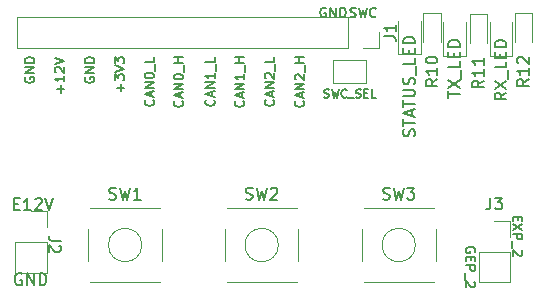
<source format=gto>
G04 #@! TF.GenerationSoftware,KiCad,Pcbnew,(5.1.0-0)*
G04 #@! TF.CreationDate,2019-04-23T20:34:44+03:00*
G04 #@! TF.ProjectId,ovms-swcan-dongle,6f766d73-2d73-4776-9361-6e2d646f6e67,rev?*
G04 #@! TF.SameCoordinates,Original*
G04 #@! TF.FileFunction,Legend,Top*
G04 #@! TF.FilePolarity,Positive*
%FSLAX46Y46*%
G04 Gerber Fmt 4.6, Leading zero omitted, Abs format (unit mm)*
G04 Created by KiCad (PCBNEW (5.1.0-0)) date 2019-04-23 20:34:44*
%MOMM*%
%LPD*%
G04 APERTURE LIST*
%ADD10C,0.150000*%
%ADD11C,0.120000*%
G04 APERTURE END LIST*
D10*
X52901800Y-33483704D02*
X52939895Y-33407514D01*
X52939895Y-33293228D01*
X52901800Y-33178942D01*
X52825609Y-33102752D01*
X52749419Y-33064657D01*
X52597038Y-33026561D01*
X52482752Y-33026561D01*
X52330371Y-33064657D01*
X52254180Y-33102752D01*
X52177990Y-33178942D01*
X52139895Y-33293228D01*
X52139895Y-33369419D01*
X52177990Y-33483704D01*
X52216085Y-33521800D01*
X52482752Y-33521800D01*
X52482752Y-33369419D01*
X52558942Y-33864657D02*
X52558942Y-34131323D01*
X52139895Y-34245609D02*
X52139895Y-33864657D01*
X52939895Y-33864657D01*
X52939895Y-34245609D01*
X52139895Y-34588466D02*
X52939895Y-34588466D01*
X52939895Y-34893228D01*
X52901800Y-34969419D01*
X52863704Y-35007514D01*
X52787514Y-35045609D01*
X52673228Y-35045609D01*
X52597038Y-35007514D01*
X52558942Y-34969419D01*
X52520847Y-34893228D01*
X52520847Y-34588466D01*
X52063704Y-35197990D02*
X52063704Y-35807514D01*
X52863704Y-35959895D02*
X52901800Y-35997990D01*
X52939895Y-36074180D01*
X52939895Y-36264657D01*
X52901800Y-36340847D01*
X52863704Y-36378942D01*
X52787514Y-36417038D01*
X52711323Y-36417038D01*
X52597038Y-36378942D01*
X52139895Y-35921800D01*
X52139895Y-36417038D01*
X56546742Y-30442104D02*
X56546742Y-30708771D01*
X56127695Y-30823057D02*
X56127695Y-30442104D01*
X56927695Y-30442104D01*
X56927695Y-30823057D01*
X56927695Y-31089723D02*
X56127695Y-31623057D01*
X56927695Y-31623057D02*
X56127695Y-31089723D01*
X56127695Y-31927819D02*
X56927695Y-31927819D01*
X56927695Y-32232580D01*
X56889600Y-32308771D01*
X56851504Y-32346866D01*
X56775314Y-32384961D01*
X56661028Y-32384961D01*
X56584838Y-32346866D01*
X56546742Y-32308771D01*
X56508647Y-32232580D01*
X56508647Y-31927819D01*
X56051504Y-32537342D02*
X56051504Y-33146866D01*
X56851504Y-33299247D02*
X56889600Y-33337342D01*
X56927695Y-33413533D01*
X56927695Y-33604009D01*
X56889600Y-33680200D01*
X56851504Y-33718295D01*
X56775314Y-33756390D01*
X56699123Y-33756390D01*
X56584838Y-33718295D01*
X56127695Y-33261152D01*
X56127695Y-33756390D01*
X14528895Y-35314000D02*
X14433657Y-35266380D01*
X14290800Y-35266380D01*
X14147942Y-35314000D01*
X14052704Y-35409238D01*
X14005085Y-35504476D01*
X13957466Y-35694952D01*
X13957466Y-35837809D01*
X14005085Y-36028285D01*
X14052704Y-36123523D01*
X14147942Y-36218761D01*
X14290800Y-36266380D01*
X14386038Y-36266380D01*
X14528895Y-36218761D01*
X14576514Y-36171142D01*
X14576514Y-35837809D01*
X14386038Y-35837809D01*
X15005085Y-36266380D02*
X15005085Y-35266380D01*
X15576514Y-36266380D01*
X15576514Y-35266380D01*
X16052704Y-36266380D02*
X16052704Y-35266380D01*
X16290800Y-35266380D01*
X16433657Y-35314000D01*
X16528895Y-35409238D01*
X16576514Y-35504476D01*
X16624133Y-35694952D01*
X16624133Y-35837809D01*
X16576514Y-36028285D01*
X16528895Y-36123523D01*
X16433657Y-36218761D01*
X16290800Y-36266380D01*
X16052704Y-36266380D01*
X13873361Y-29367171D02*
X14206695Y-29367171D01*
X14349552Y-29890980D02*
X13873361Y-29890980D01*
X13873361Y-28890980D01*
X14349552Y-28890980D01*
X15301933Y-29890980D02*
X14730504Y-29890980D01*
X15016219Y-29890980D02*
X15016219Y-28890980D01*
X14920980Y-29033838D01*
X14825742Y-29129076D01*
X14730504Y-29176695D01*
X15682885Y-28986219D02*
X15730504Y-28938600D01*
X15825742Y-28890980D01*
X16063838Y-28890980D01*
X16159076Y-28938600D01*
X16206695Y-28986219D01*
X16254314Y-29081457D01*
X16254314Y-29176695D01*
X16206695Y-29319552D01*
X15635266Y-29890980D01*
X16254314Y-29890980D01*
X16540028Y-28890980D02*
X16873361Y-29890980D01*
X17206695Y-28890980D01*
X42348285Y-13531809D02*
X42462571Y-13569904D01*
X42653047Y-13569904D01*
X42729238Y-13531809D01*
X42767333Y-13493714D01*
X42805428Y-13417523D01*
X42805428Y-13341333D01*
X42767333Y-13265142D01*
X42729238Y-13227047D01*
X42653047Y-13188952D01*
X42500666Y-13150857D01*
X42424476Y-13112761D01*
X42386380Y-13074666D01*
X42348285Y-12998476D01*
X42348285Y-12922285D01*
X42386380Y-12846095D01*
X42424476Y-12808000D01*
X42500666Y-12769904D01*
X42691142Y-12769904D01*
X42805428Y-12808000D01*
X43072095Y-12769904D02*
X43262571Y-13569904D01*
X43414952Y-12998476D01*
X43567333Y-13569904D01*
X43757809Y-12769904D01*
X44519714Y-13493714D02*
X44481619Y-13531809D01*
X44367333Y-13569904D01*
X44291142Y-13569904D01*
X44176857Y-13531809D01*
X44100666Y-13455619D01*
X44062571Y-13379428D01*
X44024476Y-13227047D01*
X44024476Y-13112761D01*
X44062571Y-12960380D01*
X44100666Y-12884190D01*
X44176857Y-12808000D01*
X44291142Y-12769904D01*
X44367333Y-12769904D01*
X44481619Y-12808000D01*
X44519714Y-12846095D01*
X40284476Y-12808000D02*
X40208285Y-12769904D01*
X40094000Y-12769904D01*
X39979714Y-12808000D01*
X39903523Y-12884190D01*
X39865428Y-12960380D01*
X39827333Y-13112761D01*
X39827333Y-13227047D01*
X39865428Y-13379428D01*
X39903523Y-13455619D01*
X39979714Y-13531809D01*
X40094000Y-13569904D01*
X40170190Y-13569904D01*
X40284476Y-13531809D01*
X40322571Y-13493714D01*
X40322571Y-13227047D01*
X40170190Y-13227047D01*
X40665428Y-13569904D02*
X40665428Y-12769904D01*
X41122571Y-13569904D01*
X41122571Y-12769904D01*
X41503523Y-13569904D02*
X41503523Y-12769904D01*
X41694000Y-12769904D01*
X41808285Y-12808000D01*
X41884476Y-12884190D01*
X41922571Y-12960380D01*
X41960666Y-13112761D01*
X41960666Y-13227047D01*
X41922571Y-13379428D01*
X41884476Y-13455619D01*
X41808285Y-13531809D01*
X41694000Y-13569904D01*
X41503523Y-13569904D01*
X38385714Y-20669047D02*
X38423809Y-20707142D01*
X38461904Y-20821428D01*
X38461904Y-20897619D01*
X38423809Y-21011904D01*
X38347619Y-21088095D01*
X38271428Y-21126190D01*
X38119047Y-21164285D01*
X38004761Y-21164285D01*
X37852380Y-21126190D01*
X37776190Y-21088095D01*
X37700000Y-21011904D01*
X37661904Y-20897619D01*
X37661904Y-20821428D01*
X37700000Y-20707142D01*
X37738095Y-20669047D01*
X38233333Y-20364285D02*
X38233333Y-19983333D01*
X38461904Y-20440476D02*
X37661904Y-20173809D01*
X38461904Y-19907142D01*
X38461904Y-19640476D02*
X37661904Y-19640476D01*
X38461904Y-19183333D01*
X37661904Y-19183333D01*
X37738095Y-18840476D02*
X37700000Y-18802380D01*
X37661904Y-18726190D01*
X37661904Y-18535714D01*
X37700000Y-18459523D01*
X37738095Y-18421428D01*
X37814285Y-18383333D01*
X37890476Y-18383333D01*
X38004761Y-18421428D01*
X38461904Y-18878571D01*
X38461904Y-18383333D01*
X38538095Y-18230952D02*
X38538095Y-17621428D01*
X38461904Y-17430952D02*
X37661904Y-17430952D01*
X38042857Y-17430952D02*
X38042857Y-16973809D01*
X38461904Y-16973809D02*
X37661904Y-16973809D01*
X35845714Y-20573809D02*
X35883809Y-20611904D01*
X35921904Y-20726190D01*
X35921904Y-20802380D01*
X35883809Y-20916666D01*
X35807619Y-20992857D01*
X35731428Y-21030952D01*
X35579047Y-21069047D01*
X35464761Y-21069047D01*
X35312380Y-21030952D01*
X35236190Y-20992857D01*
X35160000Y-20916666D01*
X35121904Y-20802380D01*
X35121904Y-20726190D01*
X35160000Y-20611904D01*
X35198095Y-20573809D01*
X35693333Y-20269047D02*
X35693333Y-19888095D01*
X35921904Y-20345238D02*
X35121904Y-20078571D01*
X35921904Y-19811904D01*
X35921904Y-19545238D02*
X35121904Y-19545238D01*
X35921904Y-19088095D01*
X35121904Y-19088095D01*
X35198095Y-18745238D02*
X35160000Y-18707142D01*
X35121904Y-18630952D01*
X35121904Y-18440476D01*
X35160000Y-18364285D01*
X35198095Y-18326190D01*
X35274285Y-18288095D01*
X35350476Y-18288095D01*
X35464761Y-18326190D01*
X35921904Y-18783333D01*
X35921904Y-18288095D01*
X35998095Y-18135714D02*
X35998095Y-17526190D01*
X35921904Y-16954761D02*
X35921904Y-17335714D01*
X35121904Y-17335714D01*
X33305714Y-20669047D02*
X33343809Y-20707142D01*
X33381904Y-20821428D01*
X33381904Y-20897619D01*
X33343809Y-21011904D01*
X33267619Y-21088095D01*
X33191428Y-21126190D01*
X33039047Y-21164285D01*
X32924761Y-21164285D01*
X32772380Y-21126190D01*
X32696190Y-21088095D01*
X32620000Y-21011904D01*
X32581904Y-20897619D01*
X32581904Y-20821428D01*
X32620000Y-20707142D01*
X32658095Y-20669047D01*
X33153333Y-20364285D02*
X33153333Y-19983333D01*
X33381904Y-20440476D02*
X32581904Y-20173809D01*
X33381904Y-19907142D01*
X33381904Y-19640476D02*
X32581904Y-19640476D01*
X33381904Y-19183333D01*
X32581904Y-19183333D01*
X33381904Y-18383333D02*
X33381904Y-18840476D01*
X33381904Y-18611904D02*
X32581904Y-18611904D01*
X32696190Y-18688095D01*
X32772380Y-18764285D01*
X32810476Y-18840476D01*
X33458095Y-18230952D02*
X33458095Y-17621428D01*
X33381904Y-17430952D02*
X32581904Y-17430952D01*
X32962857Y-17430952D02*
X32962857Y-16973809D01*
X33381904Y-16973809D02*
X32581904Y-16973809D01*
X30816514Y-20573809D02*
X30854609Y-20611904D01*
X30892704Y-20726190D01*
X30892704Y-20802380D01*
X30854609Y-20916666D01*
X30778419Y-20992857D01*
X30702228Y-21030952D01*
X30549847Y-21069047D01*
X30435561Y-21069047D01*
X30283180Y-21030952D01*
X30206990Y-20992857D01*
X30130800Y-20916666D01*
X30092704Y-20802380D01*
X30092704Y-20726190D01*
X30130800Y-20611904D01*
X30168895Y-20573809D01*
X30664133Y-20269047D02*
X30664133Y-19888095D01*
X30892704Y-20345238D02*
X30092704Y-20078571D01*
X30892704Y-19811904D01*
X30892704Y-19545238D02*
X30092704Y-19545238D01*
X30892704Y-19088095D01*
X30092704Y-19088095D01*
X30892704Y-18288095D02*
X30892704Y-18745238D01*
X30892704Y-18516666D02*
X30092704Y-18516666D01*
X30206990Y-18592857D01*
X30283180Y-18669047D01*
X30321276Y-18745238D01*
X30968895Y-18135714D02*
X30968895Y-17526190D01*
X30892704Y-16954761D02*
X30892704Y-17335714D01*
X30092704Y-17335714D01*
X28124114Y-20669047D02*
X28162209Y-20707142D01*
X28200304Y-20821428D01*
X28200304Y-20897619D01*
X28162209Y-21011904D01*
X28086019Y-21088095D01*
X28009828Y-21126190D01*
X27857447Y-21164285D01*
X27743161Y-21164285D01*
X27590780Y-21126190D01*
X27514590Y-21088095D01*
X27438400Y-21011904D01*
X27400304Y-20897619D01*
X27400304Y-20821428D01*
X27438400Y-20707142D01*
X27476495Y-20669047D01*
X27971733Y-20364285D02*
X27971733Y-19983333D01*
X28200304Y-20440476D02*
X27400304Y-20173809D01*
X28200304Y-19907142D01*
X28200304Y-19640476D02*
X27400304Y-19640476D01*
X28200304Y-19183333D01*
X27400304Y-19183333D01*
X27400304Y-18650000D02*
X27400304Y-18573809D01*
X27438400Y-18497619D01*
X27476495Y-18459523D01*
X27552685Y-18421428D01*
X27705066Y-18383333D01*
X27895542Y-18383333D01*
X28047923Y-18421428D01*
X28124114Y-18459523D01*
X28162209Y-18497619D01*
X28200304Y-18573809D01*
X28200304Y-18650000D01*
X28162209Y-18726190D01*
X28124114Y-18764285D01*
X28047923Y-18802380D01*
X27895542Y-18840476D01*
X27705066Y-18840476D01*
X27552685Y-18802380D01*
X27476495Y-18764285D01*
X27438400Y-18726190D01*
X27400304Y-18650000D01*
X28276495Y-18230952D02*
X28276495Y-17621428D01*
X28200304Y-17430952D02*
X27400304Y-17430952D01*
X27781257Y-17430952D02*
X27781257Y-16973809D01*
X28200304Y-16973809D02*
X27400304Y-16973809D01*
X25660314Y-20573809D02*
X25698409Y-20611904D01*
X25736504Y-20726190D01*
X25736504Y-20802380D01*
X25698409Y-20916666D01*
X25622219Y-20992857D01*
X25546028Y-21030952D01*
X25393647Y-21069047D01*
X25279361Y-21069047D01*
X25126980Y-21030952D01*
X25050790Y-20992857D01*
X24974600Y-20916666D01*
X24936504Y-20802380D01*
X24936504Y-20726190D01*
X24974600Y-20611904D01*
X25012695Y-20573809D01*
X25507933Y-20269047D02*
X25507933Y-19888095D01*
X25736504Y-20345238D02*
X24936504Y-20078571D01*
X25736504Y-19811904D01*
X25736504Y-19545238D02*
X24936504Y-19545238D01*
X25736504Y-19088095D01*
X24936504Y-19088095D01*
X24936504Y-18554761D02*
X24936504Y-18478571D01*
X24974600Y-18402380D01*
X25012695Y-18364285D01*
X25088885Y-18326190D01*
X25241266Y-18288095D01*
X25431742Y-18288095D01*
X25584123Y-18326190D01*
X25660314Y-18364285D01*
X25698409Y-18402380D01*
X25736504Y-18478571D01*
X25736504Y-18554761D01*
X25698409Y-18630952D01*
X25660314Y-18669047D01*
X25584123Y-18707142D01*
X25431742Y-18745238D01*
X25241266Y-18745238D01*
X25088885Y-18707142D01*
X25012695Y-18669047D01*
X24974600Y-18630952D01*
X24936504Y-18554761D01*
X25812695Y-18135714D02*
X25812695Y-17526190D01*
X25736504Y-16954761D02*
X25736504Y-17335714D01*
X24936504Y-17335714D01*
X22917142Y-19824523D02*
X22917142Y-19215000D01*
X23221904Y-19519761D02*
X22612380Y-19519761D01*
X22421904Y-18910238D02*
X22421904Y-18415000D01*
X22726666Y-18681666D01*
X22726666Y-18567380D01*
X22764761Y-18491190D01*
X22802857Y-18453095D01*
X22879047Y-18415000D01*
X23069523Y-18415000D01*
X23145714Y-18453095D01*
X23183809Y-18491190D01*
X23221904Y-18567380D01*
X23221904Y-18795952D01*
X23183809Y-18872142D01*
X23145714Y-18910238D01*
X22421904Y-18186428D02*
X23221904Y-17919761D01*
X22421904Y-17653095D01*
X22421904Y-17462619D02*
X22421904Y-16967380D01*
X22726666Y-17234047D01*
X22726666Y-17119761D01*
X22764761Y-17043571D01*
X22802857Y-17005476D01*
X22879047Y-16967380D01*
X23069523Y-16967380D01*
X23145714Y-17005476D01*
X23183809Y-17043571D01*
X23221904Y-17119761D01*
X23221904Y-17348333D01*
X23183809Y-17424523D01*
X23145714Y-17462619D01*
X14840000Y-18643523D02*
X14801904Y-18719714D01*
X14801904Y-18834000D01*
X14840000Y-18948285D01*
X14916190Y-19024476D01*
X14992380Y-19062571D01*
X15144761Y-19100666D01*
X15259047Y-19100666D01*
X15411428Y-19062571D01*
X15487619Y-19024476D01*
X15563809Y-18948285D01*
X15601904Y-18834000D01*
X15601904Y-18757809D01*
X15563809Y-18643523D01*
X15525714Y-18605428D01*
X15259047Y-18605428D01*
X15259047Y-18757809D01*
X15601904Y-18262571D02*
X14801904Y-18262571D01*
X15601904Y-17805428D01*
X14801904Y-17805428D01*
X15601904Y-17424476D02*
X14801904Y-17424476D01*
X14801904Y-17234000D01*
X14840000Y-17119714D01*
X14916190Y-17043523D01*
X14992380Y-17005428D01*
X15144761Y-16967333D01*
X15259047Y-16967333D01*
X15411428Y-17005428D01*
X15487619Y-17043523D01*
X15563809Y-17119714D01*
X15601904Y-17234000D01*
X15601904Y-17424476D01*
X19920000Y-18643523D02*
X19881904Y-18719714D01*
X19881904Y-18834000D01*
X19920000Y-18948285D01*
X19996190Y-19024476D01*
X20072380Y-19062571D01*
X20224761Y-19100666D01*
X20339047Y-19100666D01*
X20491428Y-19062571D01*
X20567619Y-19024476D01*
X20643809Y-18948285D01*
X20681904Y-18834000D01*
X20681904Y-18757809D01*
X20643809Y-18643523D01*
X20605714Y-18605428D01*
X20339047Y-18605428D01*
X20339047Y-18757809D01*
X20681904Y-18262571D02*
X19881904Y-18262571D01*
X20681904Y-17805428D01*
X19881904Y-17805428D01*
X20681904Y-17424476D02*
X19881904Y-17424476D01*
X19881904Y-17234000D01*
X19920000Y-17119714D01*
X19996190Y-17043523D01*
X20072380Y-17005428D01*
X20224761Y-16967333D01*
X20339047Y-16967333D01*
X20491428Y-17005428D01*
X20567619Y-17043523D01*
X20643809Y-17119714D01*
X20681904Y-17234000D01*
X20681904Y-17424476D01*
X17837142Y-19951523D02*
X17837142Y-19342000D01*
X18141904Y-19646761D02*
X17532380Y-19646761D01*
X18141904Y-18542000D02*
X18141904Y-18999142D01*
X18141904Y-18770571D02*
X17341904Y-18770571D01*
X17456190Y-18846761D01*
X17532380Y-18922952D01*
X17570476Y-18999142D01*
X17418095Y-18237238D02*
X17380000Y-18199142D01*
X17341904Y-18122952D01*
X17341904Y-17932476D01*
X17380000Y-17856285D01*
X17418095Y-17818190D01*
X17494285Y-17780095D01*
X17570476Y-17780095D01*
X17684761Y-17818190D01*
X18141904Y-18275333D01*
X18141904Y-17780095D01*
X17341904Y-17551523D02*
X18141904Y-17284857D01*
X17341904Y-17018190D01*
D11*
X54559200Y-30826400D02*
X55889200Y-30826400D01*
X55889200Y-30826400D02*
X55889200Y-32156400D01*
X55889200Y-33426400D02*
X55889200Y-36026400D01*
X53229200Y-36026400D02*
X55889200Y-36026400D01*
X53229200Y-33426400D02*
X53229200Y-36026400D01*
X53229200Y-33426400D02*
X55889200Y-33426400D01*
X15316200Y-29988200D02*
X16646200Y-29988200D01*
X16646200Y-29988200D02*
X16646200Y-31318200D01*
X16646200Y-32588200D02*
X16646200Y-35188200D01*
X13986200Y-35188200D02*
X16646200Y-35188200D01*
X13986200Y-32588200D02*
X13986200Y-35188200D01*
X13986200Y-32588200D02*
X16646200Y-32588200D01*
X44764000Y-14859000D02*
X44764000Y-16189000D01*
X44764000Y-16189000D02*
X43434000Y-16189000D01*
X42164000Y-16189000D02*
X14164000Y-16189000D01*
X14164000Y-13529000D02*
X14164000Y-16189000D01*
X42164000Y-13529000D02*
X14164000Y-13529000D01*
X42164000Y-13529000D02*
X42164000Y-16189000D01*
X40891000Y-17161000D02*
X43691000Y-17161000D01*
X43691000Y-17161000D02*
X43691000Y-19161000D01*
X43691000Y-19161000D02*
X40891000Y-19161000D01*
X40891000Y-19161000D02*
X40891000Y-17161000D01*
X49575400Y-31517000D02*
X49575400Y-34197000D01*
X43335400Y-34197000D02*
X43335400Y-31517000D01*
X43485400Y-29737000D02*
X49425400Y-29737000D01*
X43485400Y-35977000D02*
X49425400Y-35977000D01*
X47869614Y-32857000D02*
G75*
G03X47869614Y-32857000I-1414214J0D01*
G01*
X37967600Y-31517000D02*
X37967600Y-34197000D01*
X31727600Y-34197000D02*
X31727600Y-31517000D01*
X31877600Y-29737000D02*
X37817600Y-29737000D01*
X31877600Y-35977000D02*
X37817600Y-35977000D01*
X36261814Y-32857000D02*
G75*
G03X36261814Y-32857000I-1414214J0D01*
G01*
X26410600Y-31517000D02*
X26410600Y-34197000D01*
X20170600Y-34197000D02*
X20170600Y-31517000D01*
X20320600Y-29737000D02*
X26260600Y-29737000D01*
X20320600Y-35977000D02*
X26260600Y-35977000D01*
X24704814Y-32857000D02*
G75*
G03X24704814Y-32857000I-1414214J0D01*
G01*
X56288000Y-13199000D02*
X56288000Y-15659000D01*
X57758000Y-13199000D02*
X56288000Y-13199000D01*
X57758000Y-15659000D02*
X57758000Y-13199000D01*
X52478000Y-13326000D02*
X52478000Y-15786000D01*
X53948000Y-13326000D02*
X52478000Y-13326000D01*
X53948000Y-15786000D02*
X53948000Y-13326000D01*
X48541000Y-13199000D02*
X48541000Y-15659000D01*
X50011000Y-13199000D02*
X48541000Y-13199000D01*
X50011000Y-15659000D02*
X50011000Y-13199000D01*
X56078000Y-16855000D02*
X56078000Y-13995000D01*
X54158000Y-16855000D02*
X56078000Y-16855000D01*
X54158000Y-13995000D02*
X54158000Y-16855000D01*
X52141000Y-16829600D02*
X52141000Y-13969600D01*
X50221000Y-16829600D02*
X52141000Y-16829600D01*
X50221000Y-13969600D02*
X50221000Y-16829600D01*
X48331000Y-16719000D02*
X48331000Y-13859000D01*
X46411000Y-16719000D02*
X48331000Y-16719000D01*
X46411000Y-13859000D02*
X46411000Y-16719000D01*
D10*
X54225866Y-28838780D02*
X54225866Y-29553066D01*
X54178247Y-29695923D01*
X54083009Y-29791161D01*
X53940152Y-29838780D01*
X53844914Y-29838780D01*
X54606819Y-28838780D02*
X55225866Y-28838780D01*
X54892533Y-29219733D01*
X55035390Y-29219733D01*
X55130628Y-29267352D01*
X55178247Y-29314971D01*
X55225866Y-29410209D01*
X55225866Y-29648304D01*
X55178247Y-29743542D01*
X55130628Y-29791161D01*
X55035390Y-29838780D01*
X54749676Y-29838780D01*
X54654438Y-29791161D01*
X54606819Y-29743542D01*
X17819619Y-32483466D02*
X17105333Y-32483466D01*
X16962476Y-32435847D01*
X16867238Y-32340609D01*
X16819619Y-32197752D01*
X16819619Y-32102514D01*
X17724380Y-32912038D02*
X17772000Y-32959657D01*
X17819619Y-33054895D01*
X17819619Y-33292990D01*
X17772000Y-33388228D01*
X17724380Y-33435847D01*
X17629142Y-33483466D01*
X17533904Y-33483466D01*
X17391047Y-33435847D01*
X16819619Y-32864419D01*
X16819619Y-33483466D01*
X45216380Y-15192333D02*
X45930666Y-15192333D01*
X46073523Y-15239952D01*
X46168761Y-15335190D01*
X46216380Y-15478047D01*
X46216380Y-15573285D01*
X46216380Y-14192333D02*
X46216380Y-14763761D01*
X46216380Y-14478047D02*
X45216380Y-14478047D01*
X45359238Y-14573285D01*
X45454476Y-14668523D01*
X45502095Y-14763761D01*
X40141000Y-20344333D02*
X40241000Y-20377666D01*
X40407666Y-20377666D01*
X40474333Y-20344333D01*
X40507666Y-20311000D01*
X40541000Y-20244333D01*
X40541000Y-20177666D01*
X40507666Y-20111000D01*
X40474333Y-20077666D01*
X40407666Y-20044333D01*
X40274333Y-20011000D01*
X40207666Y-19977666D01*
X40174333Y-19944333D01*
X40141000Y-19877666D01*
X40141000Y-19811000D01*
X40174333Y-19744333D01*
X40207666Y-19711000D01*
X40274333Y-19677666D01*
X40441000Y-19677666D01*
X40541000Y-19711000D01*
X40774333Y-19677666D02*
X40941000Y-20377666D01*
X41074333Y-19877666D01*
X41207666Y-20377666D01*
X41374333Y-19677666D01*
X42041000Y-20311000D02*
X42007666Y-20344333D01*
X41907666Y-20377666D01*
X41841000Y-20377666D01*
X41741000Y-20344333D01*
X41674333Y-20277666D01*
X41641000Y-20211000D01*
X41607666Y-20077666D01*
X41607666Y-19977666D01*
X41641000Y-19844333D01*
X41674333Y-19777666D01*
X41741000Y-19711000D01*
X41841000Y-19677666D01*
X41907666Y-19677666D01*
X42007666Y-19711000D01*
X42041000Y-19744333D01*
X42174333Y-20444333D02*
X42707666Y-20444333D01*
X42841000Y-20344333D02*
X42941000Y-20377666D01*
X43107666Y-20377666D01*
X43174333Y-20344333D01*
X43207666Y-20311000D01*
X43241000Y-20244333D01*
X43241000Y-20177666D01*
X43207666Y-20111000D01*
X43174333Y-20077666D01*
X43107666Y-20044333D01*
X42974333Y-20011000D01*
X42907666Y-19977666D01*
X42874333Y-19944333D01*
X42841000Y-19877666D01*
X42841000Y-19811000D01*
X42874333Y-19744333D01*
X42907666Y-19711000D01*
X42974333Y-19677666D01*
X43141000Y-19677666D01*
X43241000Y-19711000D01*
X43541000Y-20011000D02*
X43774333Y-20011000D01*
X43874333Y-20377666D02*
X43541000Y-20377666D01*
X43541000Y-19677666D01*
X43874333Y-19677666D01*
X44507666Y-20377666D02*
X44174333Y-20377666D01*
X44174333Y-19677666D01*
X45122066Y-28961761D02*
X45264923Y-29009380D01*
X45503019Y-29009380D01*
X45598257Y-28961761D01*
X45645876Y-28914142D01*
X45693495Y-28818904D01*
X45693495Y-28723666D01*
X45645876Y-28628428D01*
X45598257Y-28580809D01*
X45503019Y-28533190D01*
X45312542Y-28485571D01*
X45217304Y-28437952D01*
X45169685Y-28390333D01*
X45122066Y-28295095D01*
X45122066Y-28199857D01*
X45169685Y-28104619D01*
X45217304Y-28057000D01*
X45312542Y-28009380D01*
X45550638Y-28009380D01*
X45693495Y-28057000D01*
X46026828Y-28009380D02*
X46264923Y-29009380D01*
X46455400Y-28295095D01*
X46645876Y-29009380D01*
X46883971Y-28009380D01*
X47169685Y-28009380D02*
X47788733Y-28009380D01*
X47455400Y-28390333D01*
X47598257Y-28390333D01*
X47693495Y-28437952D01*
X47741114Y-28485571D01*
X47788733Y-28580809D01*
X47788733Y-28818904D01*
X47741114Y-28914142D01*
X47693495Y-28961761D01*
X47598257Y-29009380D01*
X47312542Y-29009380D01*
X47217304Y-28961761D01*
X47169685Y-28914142D01*
X33514266Y-28961761D02*
X33657123Y-29009380D01*
X33895219Y-29009380D01*
X33990457Y-28961761D01*
X34038076Y-28914142D01*
X34085695Y-28818904D01*
X34085695Y-28723666D01*
X34038076Y-28628428D01*
X33990457Y-28580809D01*
X33895219Y-28533190D01*
X33704742Y-28485571D01*
X33609504Y-28437952D01*
X33561885Y-28390333D01*
X33514266Y-28295095D01*
X33514266Y-28199857D01*
X33561885Y-28104619D01*
X33609504Y-28057000D01*
X33704742Y-28009380D01*
X33942838Y-28009380D01*
X34085695Y-28057000D01*
X34419028Y-28009380D02*
X34657123Y-29009380D01*
X34847600Y-28295095D01*
X35038076Y-29009380D01*
X35276171Y-28009380D01*
X35609504Y-28104619D02*
X35657123Y-28057000D01*
X35752361Y-28009380D01*
X35990457Y-28009380D01*
X36085695Y-28057000D01*
X36133314Y-28104619D01*
X36180933Y-28199857D01*
X36180933Y-28295095D01*
X36133314Y-28437952D01*
X35561885Y-29009380D01*
X36180933Y-29009380D01*
X21957266Y-28961761D02*
X22100123Y-29009380D01*
X22338219Y-29009380D01*
X22433457Y-28961761D01*
X22481076Y-28914142D01*
X22528695Y-28818904D01*
X22528695Y-28723666D01*
X22481076Y-28628428D01*
X22433457Y-28580809D01*
X22338219Y-28533190D01*
X22147742Y-28485571D01*
X22052504Y-28437952D01*
X22004885Y-28390333D01*
X21957266Y-28295095D01*
X21957266Y-28199857D01*
X22004885Y-28104619D01*
X22052504Y-28057000D01*
X22147742Y-28009380D01*
X22385838Y-28009380D01*
X22528695Y-28057000D01*
X22862028Y-28009380D02*
X23100123Y-29009380D01*
X23290600Y-28295095D01*
X23481076Y-29009380D01*
X23719171Y-28009380D01*
X24623933Y-29009380D02*
X24052504Y-29009380D01*
X24338219Y-29009380D02*
X24338219Y-28009380D01*
X24242980Y-28152238D01*
X24147742Y-28247476D01*
X24052504Y-28295095D01*
X57475380Y-18803857D02*
X56999190Y-19137190D01*
X57475380Y-19375285D02*
X56475380Y-19375285D01*
X56475380Y-18994333D01*
X56523000Y-18899095D01*
X56570619Y-18851476D01*
X56665857Y-18803857D01*
X56808714Y-18803857D01*
X56903952Y-18851476D01*
X56951571Y-18899095D01*
X56999190Y-18994333D01*
X56999190Y-19375285D01*
X57475380Y-17851476D02*
X57475380Y-18422904D01*
X57475380Y-18137190D02*
X56475380Y-18137190D01*
X56618238Y-18232428D01*
X56713476Y-18327666D01*
X56761095Y-18422904D01*
X56570619Y-17470523D02*
X56523000Y-17422904D01*
X56475380Y-17327666D01*
X56475380Y-17089571D01*
X56523000Y-16994333D01*
X56570619Y-16946714D01*
X56665857Y-16899095D01*
X56761095Y-16899095D01*
X56903952Y-16946714D01*
X57475380Y-17518142D01*
X57475380Y-16899095D01*
X53665380Y-18930857D02*
X53189190Y-19264190D01*
X53665380Y-19502285D02*
X52665380Y-19502285D01*
X52665380Y-19121333D01*
X52713000Y-19026095D01*
X52760619Y-18978476D01*
X52855857Y-18930857D01*
X52998714Y-18930857D01*
X53093952Y-18978476D01*
X53141571Y-19026095D01*
X53189190Y-19121333D01*
X53189190Y-19502285D01*
X53665380Y-17978476D02*
X53665380Y-18549904D01*
X53665380Y-18264190D02*
X52665380Y-18264190D01*
X52808238Y-18359428D01*
X52903476Y-18454666D01*
X52951095Y-18549904D01*
X53665380Y-17026095D02*
X53665380Y-17597523D01*
X53665380Y-17311809D02*
X52665380Y-17311809D01*
X52808238Y-17407047D01*
X52903476Y-17502285D01*
X52951095Y-17597523D01*
X49728380Y-18803857D02*
X49252190Y-19137190D01*
X49728380Y-19375285D02*
X48728380Y-19375285D01*
X48728380Y-18994333D01*
X48776000Y-18899095D01*
X48823619Y-18851476D01*
X48918857Y-18803857D01*
X49061714Y-18803857D01*
X49156952Y-18851476D01*
X49204571Y-18899095D01*
X49252190Y-18994333D01*
X49252190Y-19375285D01*
X49728380Y-17851476D02*
X49728380Y-18422904D01*
X49728380Y-18137190D02*
X48728380Y-18137190D01*
X48871238Y-18232428D01*
X48966476Y-18327666D01*
X49014095Y-18422904D01*
X48728380Y-17232428D02*
X48728380Y-17137190D01*
X48776000Y-17041952D01*
X48823619Y-16994333D01*
X48918857Y-16946714D01*
X49109333Y-16899095D01*
X49347428Y-16899095D01*
X49537904Y-16946714D01*
X49633142Y-16994333D01*
X49680761Y-17041952D01*
X49728380Y-17137190D01*
X49728380Y-17232428D01*
X49680761Y-17327666D01*
X49633142Y-17375285D01*
X49537904Y-17422904D01*
X49347428Y-17470523D01*
X49109333Y-17470523D01*
X48918857Y-17422904D01*
X48823619Y-17375285D01*
X48776000Y-17327666D01*
X48728380Y-17232428D01*
X55570380Y-19947761D02*
X55094190Y-20281095D01*
X55570380Y-20519190D02*
X54570380Y-20519190D01*
X54570380Y-20138238D01*
X54618000Y-20043000D01*
X54665619Y-19995380D01*
X54760857Y-19947761D01*
X54903714Y-19947761D01*
X54998952Y-19995380D01*
X55046571Y-20043000D01*
X55094190Y-20138238D01*
X55094190Y-20519190D01*
X54570380Y-19614428D02*
X55570380Y-18947761D01*
X54570380Y-18947761D02*
X55570380Y-19614428D01*
X55665619Y-18804904D02*
X55665619Y-18043000D01*
X55570380Y-17328714D02*
X55570380Y-17804904D01*
X54570380Y-17804904D01*
X55046571Y-16995380D02*
X55046571Y-16662047D01*
X55570380Y-16519190D02*
X55570380Y-16995380D01*
X54570380Y-16995380D01*
X54570380Y-16519190D01*
X55570380Y-16090619D02*
X54570380Y-16090619D01*
X54570380Y-15852523D01*
X54618000Y-15709666D01*
X54713238Y-15614428D01*
X54808476Y-15566809D01*
X54998952Y-15519190D01*
X55141809Y-15519190D01*
X55332285Y-15566809D01*
X55427523Y-15614428D01*
X55522761Y-15709666D01*
X55570380Y-15852523D01*
X55570380Y-16090619D01*
X50633380Y-20390600D02*
X50633380Y-19819171D01*
X51633380Y-20104885D02*
X50633380Y-20104885D01*
X50633380Y-19581076D02*
X51633380Y-18914409D01*
X50633380Y-18914409D02*
X51633380Y-19581076D01*
X51728619Y-18771552D02*
X51728619Y-18009647D01*
X51633380Y-17295361D02*
X51633380Y-17771552D01*
X50633380Y-17771552D01*
X51109571Y-16962028D02*
X51109571Y-16628695D01*
X51633380Y-16485838D02*
X51633380Y-16962028D01*
X50633380Y-16962028D01*
X50633380Y-16485838D01*
X51633380Y-16057266D02*
X50633380Y-16057266D01*
X50633380Y-15819171D01*
X50681000Y-15676314D01*
X50776238Y-15581076D01*
X50871476Y-15533457D01*
X51061952Y-15485838D01*
X51204809Y-15485838D01*
X51395285Y-15533457D01*
X51490523Y-15581076D01*
X51585761Y-15676314D01*
X51633380Y-15819171D01*
X51633380Y-16057266D01*
X47775761Y-23645285D02*
X47823380Y-23502428D01*
X47823380Y-23264333D01*
X47775761Y-23169095D01*
X47728142Y-23121476D01*
X47632904Y-23073857D01*
X47537666Y-23073857D01*
X47442428Y-23121476D01*
X47394809Y-23169095D01*
X47347190Y-23264333D01*
X47299571Y-23454809D01*
X47251952Y-23550047D01*
X47204333Y-23597666D01*
X47109095Y-23645285D01*
X47013857Y-23645285D01*
X46918619Y-23597666D01*
X46871000Y-23550047D01*
X46823380Y-23454809D01*
X46823380Y-23216714D01*
X46871000Y-23073857D01*
X46823380Y-22788142D02*
X46823380Y-22216714D01*
X47823380Y-22502428D02*
X46823380Y-22502428D01*
X47537666Y-21931000D02*
X47537666Y-21454809D01*
X47823380Y-22026238D02*
X46823380Y-21692904D01*
X47823380Y-21359571D01*
X46823380Y-21169095D02*
X46823380Y-20597666D01*
X47823380Y-20883380D02*
X46823380Y-20883380D01*
X46823380Y-20264333D02*
X47632904Y-20264333D01*
X47728142Y-20216714D01*
X47775761Y-20169095D01*
X47823380Y-20073857D01*
X47823380Y-19883380D01*
X47775761Y-19788142D01*
X47728142Y-19740523D01*
X47632904Y-19692904D01*
X46823380Y-19692904D01*
X47775761Y-19264333D02*
X47823380Y-19121476D01*
X47823380Y-18883380D01*
X47775761Y-18788142D01*
X47728142Y-18740523D01*
X47632904Y-18692904D01*
X47537666Y-18692904D01*
X47442428Y-18740523D01*
X47394809Y-18788142D01*
X47347190Y-18883380D01*
X47299571Y-19073857D01*
X47251952Y-19169095D01*
X47204333Y-19216714D01*
X47109095Y-19264333D01*
X47013857Y-19264333D01*
X46918619Y-19216714D01*
X46871000Y-19169095D01*
X46823380Y-19073857D01*
X46823380Y-18835761D01*
X46871000Y-18692904D01*
X47918619Y-18502428D02*
X47918619Y-17740523D01*
X47823380Y-17026238D02*
X47823380Y-17502428D01*
X46823380Y-17502428D01*
X47299571Y-16692904D02*
X47299571Y-16359571D01*
X47823380Y-16216714D02*
X47823380Y-16692904D01*
X46823380Y-16692904D01*
X46823380Y-16216714D01*
X47823380Y-15788142D02*
X46823380Y-15788142D01*
X46823380Y-15550047D01*
X46871000Y-15407190D01*
X46966238Y-15311952D01*
X47061476Y-15264333D01*
X47251952Y-15216714D01*
X47394809Y-15216714D01*
X47585285Y-15264333D01*
X47680523Y-15311952D01*
X47775761Y-15407190D01*
X47823380Y-15550047D01*
X47823380Y-15788142D01*
M02*

</source>
